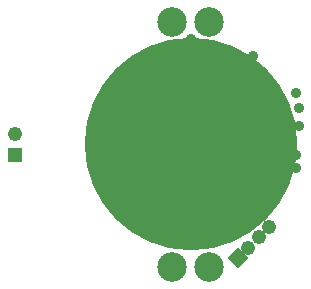
<source format=gbs>
G04 Layer_Color=16711935*
%FSLAX25Y25*%
%MOIN*%
G70*
G01*
G75*
%ADD64C,0.09855*%
%ADD65C,0.04761*%
G04:AMPARAMS|DCode=66|XSize=47.59mil|YSize=47.61mil|CornerRadius=0mil|HoleSize=0mil|Usage=FLASHONLY|Rotation=45.000|XOffset=0mil|YOffset=0mil|HoleType=Round|Shape=Rectangle|*
%AMROTATEDRECTD66*
4,1,4,0.00001,-0.03366,-0.03366,0.00001,-0.00001,0.03366,0.03366,-0.00001,0.00001,-0.03366,0.0*
%
%ADD66ROTATEDRECTD66*%

%ADD67R,0.04761X0.04759*%
%ADD68C,0.03500*%
%ADD69C,0.70879*%
D64*
X5906Y-40945D02*
D03*
X-6299D02*
D03*
X5906Y40945D02*
D03*
X-6299D02*
D03*
D65*
X22571Y-30929D02*
D03*
X26107Y-27393D02*
D03*
X19036Y-34464D02*
D03*
X-58815Y3500D02*
D03*
D66*
X15500Y-38000D02*
D03*
D67*
X-58815Y-3500D02*
D03*
D68*
X27000Y2500D02*
D03*
X8500Y-30000D02*
D03*
X20500Y29500D02*
D03*
X-33000Y-500D02*
D03*
X-10500Y10500D02*
D03*
X-27500D02*
D03*
X-1000Y17000D02*
D03*
X35000D02*
D03*
X36000Y12000D02*
D03*
Y6000D02*
D03*
X35000Y-3500D02*
D03*
Y-8000D02*
D03*
X1913Y-1413D02*
D03*
X6638D02*
D03*
X11362D02*
D03*
X16087D02*
D03*
X1913Y-6138D02*
D03*
X6638Y-6138D02*
D03*
X11362D02*
D03*
X16087Y-6138D02*
D03*
X1913Y-10862D02*
D03*
X6638D02*
D03*
X11362D02*
D03*
X16087D02*
D03*
X1913Y-15587D02*
D03*
X6638D02*
D03*
X11362D02*
D03*
X16087D02*
D03*
X22000Y21000D02*
D03*
X0Y35000D02*
D03*
D69*
Y0D02*
D03*
M02*

</source>
